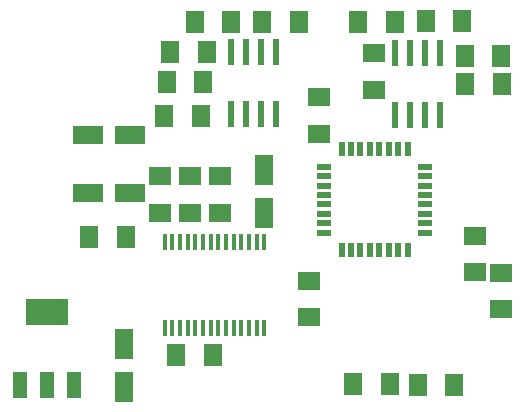
<source format=gtp>
G04 MADE WITH FRITZING*
G04 WWW.FRITZING.ORG*
G04 DOUBLE SIDED*
G04 HOLES PLATED*
G04 CONTOUR ON CENTER OF CONTOUR VECTOR*
%ASAXBY*%
%FSLAX23Y23*%
%MOIN*%
%OFA0B0*%
%SFA1.0B1.0*%
%ADD10R,0.074803X0.062992*%
%ADD11R,0.062992X0.102362*%
%ADD12R,0.062992X0.074803*%
%ADD13R,0.022000X0.050000*%
%ADD14R,0.050000X0.022000*%
%ADD15R,0.024000X0.087000*%
%ADD16R,0.013701X0.055000*%
%ADD17R,0.102362X0.062992*%
%ADD18R,0.048000X0.088000*%
%ADD19R,0.141732X0.086614*%
%ADD20R,0.001000X0.001000*%
%LNPASTEMASK1*%
G90*
G70*
G54D10*
X657Y667D03*
X657Y790D03*
X857Y668D03*
X857Y790D03*
G54D11*
X1003Y811D03*
X1003Y669D03*
G54D10*
X755Y791D03*
X755Y669D03*
G54D12*
X542Y587D03*
X420Y587D03*
G54D13*
X1261Y543D03*
X1293Y543D03*
X1324Y543D03*
X1356Y543D03*
X1387Y543D03*
X1419Y543D03*
X1450Y543D03*
X1482Y543D03*
G54D14*
X1540Y601D03*
X1540Y633D03*
X1540Y664D03*
X1540Y696D03*
X1540Y727D03*
X1540Y759D03*
X1540Y790D03*
X1540Y822D03*
G54D13*
X1482Y881D03*
X1450Y881D03*
X1419Y881D03*
X1387Y881D03*
X1356Y881D03*
X1324Y881D03*
X1293Y881D03*
X1261Y881D03*
G54D14*
X1202Y822D03*
X1202Y790D03*
X1202Y759D03*
X1202Y727D03*
X1202Y696D03*
X1202Y664D03*
X1202Y633D03*
X1202Y601D03*
G54D15*
X893Y999D03*
X943Y999D03*
X993Y999D03*
X1043Y999D03*
X1043Y1205D03*
X993Y1205D03*
X943Y1205D03*
X893Y1205D03*
X1439Y995D03*
X1489Y995D03*
X1539Y995D03*
X1589Y995D03*
X1589Y1201D03*
X1539Y1201D03*
X1489Y1201D03*
X1439Y1201D03*
G54D16*
X1004Y283D03*
X978Y283D03*
X953Y283D03*
X927Y283D03*
X901Y283D03*
X876Y283D03*
X850Y283D03*
X799Y283D03*
X825Y283D03*
X773Y283D03*
X748Y283D03*
X722Y283D03*
X697Y283D03*
X671Y283D03*
X1004Y571D03*
X978Y571D03*
X953Y571D03*
X927Y571D03*
X901Y571D03*
X876Y571D03*
X850Y571D03*
X825Y571D03*
X799Y571D03*
X773Y571D03*
X748Y571D03*
X722Y571D03*
X697Y571D03*
X671Y571D03*
G54D10*
X1792Y347D03*
X1792Y469D03*
G54D12*
X1663Y1308D03*
X1541Y1308D03*
X1317Y1305D03*
X1440Y1305D03*
G54D10*
X1187Y1053D03*
X1187Y931D03*
G54D12*
X1674Y1096D03*
X1796Y1096D03*
X1672Y1191D03*
X1794Y1191D03*
X670Y990D03*
X792Y990D03*
X1118Y1304D03*
X996Y1304D03*
X772Y1303D03*
X894Y1303D03*
G54D10*
X1368Y1201D03*
X1368Y1079D03*
G54D12*
X811Y1204D03*
X689Y1204D03*
G54D17*
X415Y734D03*
X557Y734D03*
G54D11*
X537Y88D03*
X537Y230D03*
G54D10*
X1705Y592D03*
X1705Y470D03*
G54D17*
X416Y926D03*
X557Y926D03*
G54D12*
X800Y1103D03*
X678Y1103D03*
X831Y193D03*
X709Y193D03*
G54D18*
X188Y94D03*
X279Y94D03*
X370Y94D03*
G54D19*
X279Y338D03*
G54D10*
X1154Y320D03*
X1154Y442D03*
G54D12*
X1515Y93D03*
X1637Y93D03*
X1300Y96D03*
X1422Y96D03*
G54D20*
D02*
G04 End of PasteMask1*
M02*
</source>
